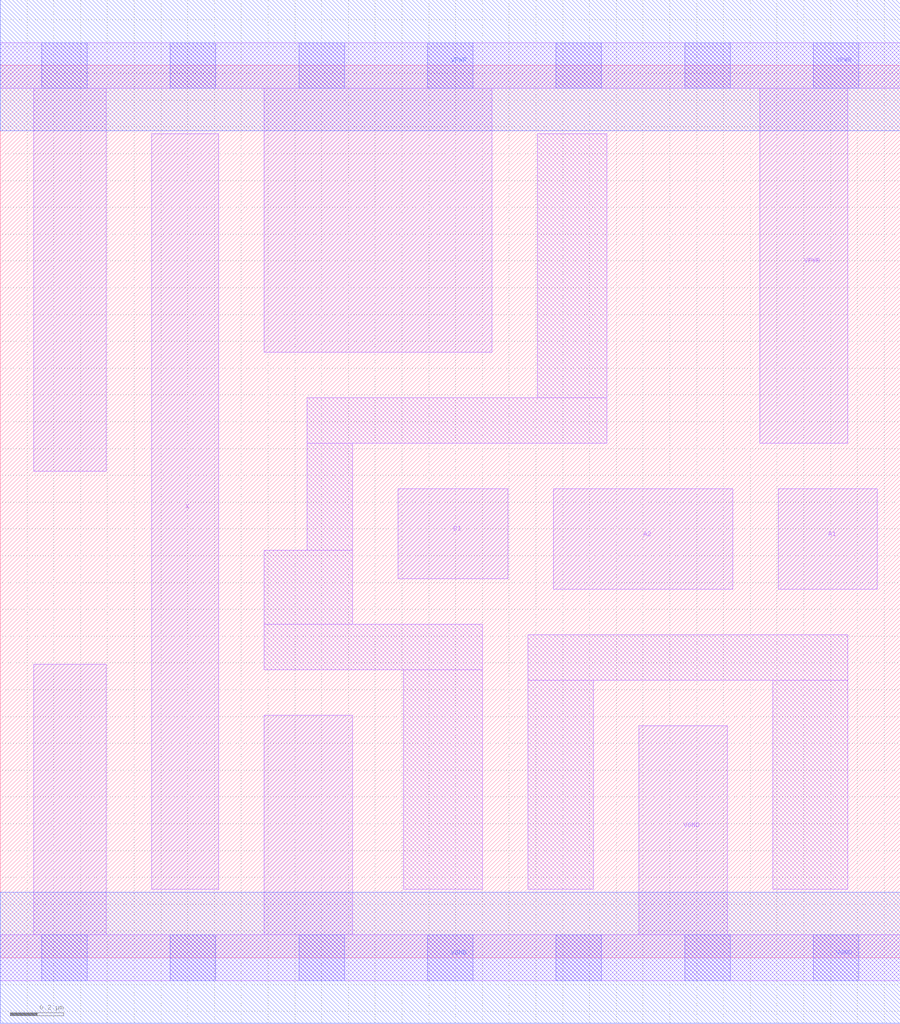
<source format=lef>
# Copyright 2020 The SkyWater PDK Authors
#
# Licensed under the Apache License, Version 2.0 (the "License");
# you may not use this file except in compliance with the License.
# You may obtain a copy of the License at
#
#     https://www.apache.org/licenses/LICENSE-2.0
#
# Unless required by applicable law or agreed to in writing, software
# distributed under the License is distributed on an "AS IS" BASIS,
# WITHOUT WARRANTIES OR CONDITIONS OF ANY KIND, either express or implied.
# See the License for the specific language governing permissions and
# limitations under the License.
#
# SPDX-License-Identifier: Apache-2.0

VERSION 5.7 ;
  NAMESCASESENSITIVE ON ;
  NOWIREEXTENSIONATPIN ON ;
  DIVIDERCHAR "/" ;
  BUSBITCHARS "[]" ;
UNITS
  DATABASE MICRONS 200 ;
END UNITS
MACRO sky130_fd_sc_lp__o21a_2
  CLASS CORE ;
  SOURCE USER ;
  FOREIGN sky130_fd_sc_lp__o21a_2 ;
  ORIGIN  0.000000  0.000000 ;
  SIZE  3.360000 BY  3.330000 ;
  SYMMETRY X Y R90 ;
  SITE unit ;
  PIN A1
    ANTENNAGATEAREA  0.315000 ;
    DIRECTION INPUT ;
    USE SIGNAL ;
    PORT
      LAYER li1 ;
        RECT 2.905000 1.375000 3.275000 1.750000 ;
    END
  END A1
  PIN A2
    ANTENNAGATEAREA  0.315000 ;
    DIRECTION INPUT ;
    USE SIGNAL ;
    PORT
      LAYER li1 ;
        RECT 2.065000 1.375000 2.735000 1.750000 ;
    END
  END A2
  PIN B1
    ANTENNAGATEAREA  0.315000 ;
    DIRECTION INPUT ;
    USE SIGNAL ;
    PORT
      LAYER li1 ;
        RECT 1.485000 1.415000 1.895000 1.750000 ;
    END
  END B1
  PIN X
    ANTENNADIFFAREA  0.588000 ;
    DIRECTION OUTPUT ;
    USE SIGNAL ;
    PORT
      LAYER li1 ;
        RECT 0.565000 0.255000 0.815000 3.075000 ;
    END
  END X
  PIN VGND
    DIRECTION INOUT ;
    USE GROUND ;
    PORT
      LAYER li1 ;
        RECT 0.000000 -0.085000 3.360000 0.085000 ;
        RECT 0.125000  0.085000 0.395000 1.095000 ;
        RECT 0.985000  0.085000 1.315000 0.905000 ;
        RECT 2.385000  0.085000 2.715000 0.865000 ;
      LAYER mcon ;
        RECT 0.155000 -0.085000 0.325000 0.085000 ;
        RECT 0.635000 -0.085000 0.805000 0.085000 ;
        RECT 1.115000 -0.085000 1.285000 0.085000 ;
        RECT 1.595000 -0.085000 1.765000 0.085000 ;
        RECT 2.075000 -0.085000 2.245000 0.085000 ;
        RECT 2.555000 -0.085000 2.725000 0.085000 ;
        RECT 3.035000 -0.085000 3.205000 0.085000 ;
      LAYER met1 ;
        RECT 0.000000 -0.245000 3.360000 0.245000 ;
    END
  END VGND
  PIN VPWR
    DIRECTION INOUT ;
    USE POWER ;
    PORT
      LAYER li1 ;
        RECT 0.000000 3.245000 3.360000 3.415000 ;
        RECT 0.125000 1.815000 0.395000 3.245000 ;
        RECT 0.985000 2.260000 1.835000 3.245000 ;
        RECT 2.835000 1.920000 3.165000 3.245000 ;
      LAYER mcon ;
        RECT 0.155000 3.245000 0.325000 3.415000 ;
        RECT 0.635000 3.245000 0.805000 3.415000 ;
        RECT 1.115000 3.245000 1.285000 3.415000 ;
        RECT 1.595000 3.245000 1.765000 3.415000 ;
        RECT 2.075000 3.245000 2.245000 3.415000 ;
        RECT 2.555000 3.245000 2.725000 3.415000 ;
        RECT 3.035000 3.245000 3.205000 3.415000 ;
      LAYER met1 ;
        RECT 0.000000 3.085000 3.360000 3.575000 ;
    END
  END VPWR
  OBS
    LAYER li1 ;
      RECT 0.985000 1.075000 1.800000 1.245000 ;
      RECT 0.985000 1.245000 1.315000 1.520000 ;
      RECT 1.145000 1.520000 1.315000 1.920000 ;
      RECT 1.145000 1.920000 2.265000 2.090000 ;
      RECT 1.505000 0.255000 1.800000 1.075000 ;
      RECT 1.970000 0.255000 2.215000 1.035000 ;
      RECT 1.970000 1.035000 3.165000 1.205000 ;
      RECT 2.005000 2.090000 2.265000 3.075000 ;
      RECT 2.885000 0.255000 3.165000 1.035000 ;
  END
END sky130_fd_sc_lp__o21a_2

</source>
